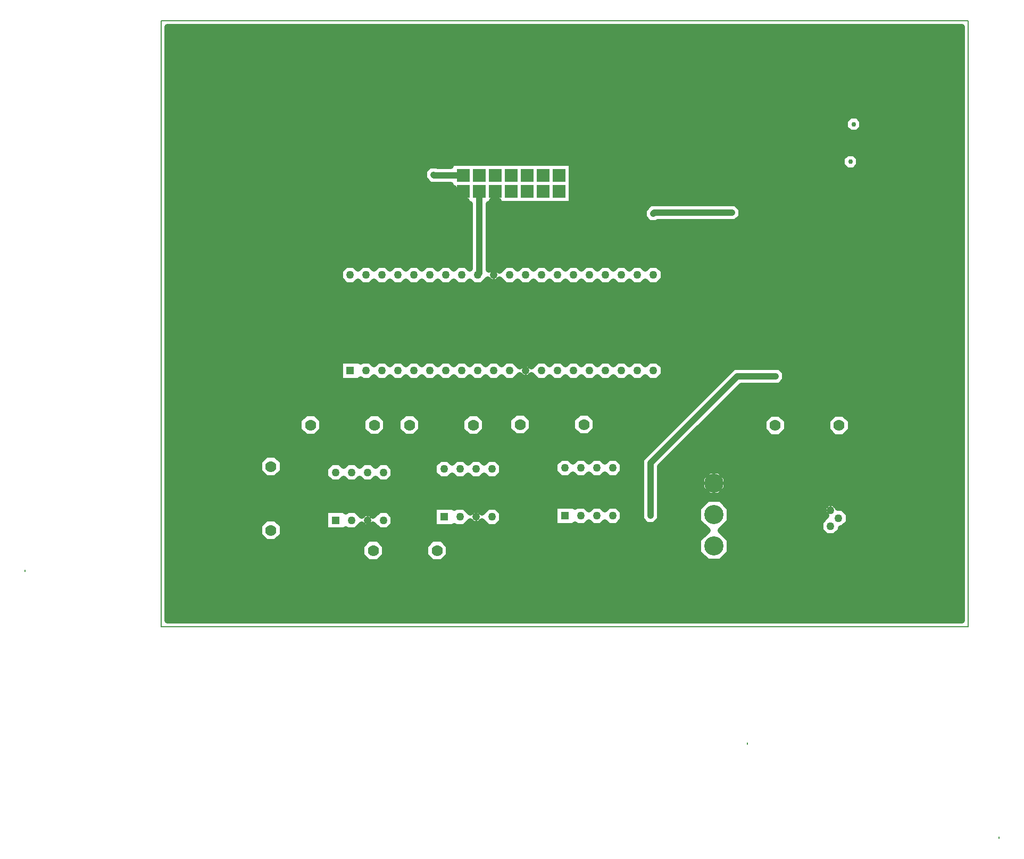
<source format=gbr>
G04 PROTEUS GERBER X2 FILE*
%TF.GenerationSoftware,Labcenter,Proteus,8.8-SP1-Build27031*%
%TF.CreationDate,2019-05-18T07:00:24+00:00*%
%TF.FileFunction,Copper,L1,Top*%
%TF.FilePolarity,Positive*%
%TF.Part,Single*%
%TF.SameCoordinates,{a8659aba-65a4-4c0a-9c60-288927405768}*%
%FSLAX45Y45*%
%MOMM*%
G01*
%TA.AperFunction,Conductor*%
%ADD10C,1.016000*%
%TA.AperFunction,ViaPad*%
%ADD11C,0.762000*%
%TA.AperFunction,Conductor*%
%ADD12C,0.254000*%
%TA.AperFunction,SMDPad,CuDef*%
%ADD13R,0.200000X0.300000*%
%TA.AperFunction,ComponentPad*%
%ADD14R,1.270000X1.270000*%
%ADD15C,1.270000*%
%TA.AperFunction,ComponentPad*%
%ADD16R,2.032000X2.032000*%
%TA.AperFunction,ComponentPad*%
%ADD17C,3.048000*%
%TA.AperFunction,ComponentPad*%
%ADD18C,1.778000*%
%TA.AperFunction,Profile*%
%ADD19C,0.203200*%
%TD.AperFunction*%
G36*
X+7160940Y-8290940D02*
X-5480940Y-8290940D01*
X-5480940Y+1160940D01*
X+7160940Y+1160940D01*
X+7160940Y-8290940D01*
G37*
%LPC*%
G36*
X+2415099Y-4244614D02*
X+2415099Y-4381386D01*
X+2318386Y-4478099D01*
X+2181614Y-4478099D01*
X+2123000Y-4419485D01*
X+2064386Y-4478099D01*
X+1927614Y-4478099D01*
X+1869000Y-4419485D01*
X+1810386Y-4478099D01*
X+1673614Y-4478099D01*
X+1615000Y-4419485D01*
X+1556386Y-4478099D01*
X+1419614Y-4478099D01*
X+1361000Y-4419485D01*
X+1302386Y-4478099D01*
X+1165614Y-4478099D01*
X+1107000Y-4419485D01*
X+1048386Y-4478099D01*
X+911614Y-4478099D01*
X+853000Y-4419485D01*
X+794386Y-4478099D01*
X+657614Y-4478099D01*
X+599000Y-4419485D01*
X+540386Y-4478099D01*
X+403614Y-4478099D01*
X+309079Y-4383564D01*
X+265344Y-4427299D01*
X+170656Y-4427299D01*
X+126921Y-4383564D01*
X+32386Y-4478099D01*
X-104386Y-4478099D01*
X-163000Y-4419485D01*
X-221614Y-4478099D01*
X-358386Y-4478099D01*
X-417000Y-4419485D01*
X-475614Y-4478099D01*
X-612386Y-4478099D01*
X-671000Y-4419485D01*
X-729614Y-4478099D01*
X-866386Y-4478099D01*
X-925000Y-4419485D01*
X-983614Y-4478099D01*
X-1120386Y-4478099D01*
X-1179000Y-4419485D01*
X-1237614Y-4478099D01*
X-1374386Y-4478099D01*
X-1433000Y-4419485D01*
X-1491614Y-4478099D01*
X-1628386Y-4478099D01*
X-1687000Y-4419485D01*
X-1745614Y-4478099D01*
X-1882386Y-4478099D01*
X-1941000Y-4419485D01*
X-1999614Y-4478099D01*
X-2136386Y-4478099D01*
X-2195000Y-4419485D01*
X-2253614Y-4478099D01*
X-2390386Y-4478099D01*
X-2410901Y-4457584D01*
X-2410901Y-4478099D01*
X-2741099Y-4478099D01*
X-2741099Y-4147901D01*
X-2410901Y-4147901D01*
X-2410901Y-4168416D01*
X-2390386Y-4147901D01*
X-2253614Y-4147901D01*
X-2195000Y-4206515D01*
X-2136386Y-4147901D01*
X-1999614Y-4147901D01*
X-1941000Y-4206515D01*
X-1882386Y-4147901D01*
X-1745614Y-4147901D01*
X-1687000Y-4206515D01*
X-1628386Y-4147901D01*
X-1491614Y-4147901D01*
X-1433000Y-4206515D01*
X-1374386Y-4147901D01*
X-1237614Y-4147901D01*
X-1179000Y-4206515D01*
X-1120386Y-4147901D01*
X-983614Y-4147901D01*
X-925000Y-4206515D01*
X-866386Y-4147901D01*
X-729614Y-4147901D01*
X-671000Y-4206515D01*
X-612386Y-4147901D01*
X-475614Y-4147901D01*
X-417000Y-4206515D01*
X-358386Y-4147901D01*
X-221614Y-4147901D01*
X-163000Y-4206515D01*
X-104386Y-4147901D01*
X+32386Y-4147901D01*
X+126921Y-4242436D01*
X+170656Y-4198701D01*
X+265344Y-4198701D01*
X+309079Y-4242436D01*
X+403614Y-4147901D01*
X+540386Y-4147901D01*
X+599000Y-4206515D01*
X+657614Y-4147901D01*
X+794386Y-4147901D01*
X+853000Y-4206515D01*
X+911614Y-4147901D01*
X+1048386Y-4147901D01*
X+1107000Y-4206515D01*
X+1165614Y-4147901D01*
X+1302386Y-4147901D01*
X+1361000Y-4206515D01*
X+1419614Y-4147901D01*
X+1556386Y-4147901D01*
X+1615000Y-4206515D01*
X+1673614Y-4147901D01*
X+1810386Y-4147901D01*
X+1869000Y-4206515D01*
X+1927614Y-4147901D01*
X+2064386Y-4147901D01*
X+2123000Y-4206515D01*
X+2181614Y-4147901D01*
X+2318386Y-4147901D01*
X+2415099Y-4244614D01*
G37*
G36*
X+956199Y-1404199D02*
X+956199Y-1658199D01*
X-212199Y-1658199D01*
X-212199Y-1607399D01*
X-313801Y-1607399D01*
X-313801Y-1658199D01*
X-364601Y-1658199D01*
X-364601Y-2701958D01*
X-337344Y-2674701D01*
X-242656Y-2674701D01*
X-198921Y-2718436D01*
X-104386Y-2623901D01*
X+32386Y-2623901D01*
X+91000Y-2682515D01*
X+149614Y-2623901D01*
X+286386Y-2623901D01*
X+345000Y-2682515D01*
X+403614Y-2623901D01*
X+540386Y-2623901D01*
X+599000Y-2682515D01*
X+657614Y-2623901D01*
X+794386Y-2623901D01*
X+853000Y-2682515D01*
X+911614Y-2623901D01*
X+1048386Y-2623901D01*
X+1107000Y-2682515D01*
X+1165614Y-2623901D01*
X+1302386Y-2623901D01*
X+1361000Y-2682515D01*
X+1419614Y-2623901D01*
X+1556386Y-2623901D01*
X+1615000Y-2682515D01*
X+1673614Y-2623901D01*
X+1810386Y-2623901D01*
X+1869000Y-2682515D01*
X+1927614Y-2623901D01*
X+2064386Y-2623901D01*
X+2123000Y-2682515D01*
X+2181614Y-2623901D01*
X+2318386Y-2623901D01*
X+2415099Y-2720614D01*
X+2415099Y-2857386D01*
X+2318386Y-2954099D01*
X+2181614Y-2954099D01*
X+2123000Y-2895485D01*
X+2064386Y-2954099D01*
X+1927614Y-2954099D01*
X+1869000Y-2895485D01*
X+1810386Y-2954099D01*
X+1673614Y-2954099D01*
X+1615000Y-2895485D01*
X+1556386Y-2954099D01*
X+1419614Y-2954099D01*
X+1361000Y-2895485D01*
X+1302386Y-2954099D01*
X+1165614Y-2954099D01*
X+1107000Y-2895485D01*
X+1048386Y-2954099D01*
X+911614Y-2954099D01*
X+853000Y-2895485D01*
X+794386Y-2954099D01*
X+657614Y-2954099D01*
X+599000Y-2895485D01*
X+540386Y-2954099D01*
X+403614Y-2954099D01*
X+345000Y-2895485D01*
X+286386Y-2954099D01*
X+149614Y-2954099D01*
X+91000Y-2895485D01*
X+32386Y-2954099D01*
X-104386Y-2954099D01*
X-198921Y-2859564D01*
X-242656Y-2903299D01*
X-337344Y-2903299D01*
X-381079Y-2859564D01*
X-475614Y-2954099D01*
X-612386Y-2954099D01*
X-671000Y-2895485D01*
X-729614Y-2954099D01*
X-866386Y-2954099D01*
X-925000Y-2895485D01*
X-983614Y-2954099D01*
X-1120386Y-2954099D01*
X-1179000Y-2895485D01*
X-1237614Y-2954099D01*
X-1374386Y-2954099D01*
X-1433000Y-2895485D01*
X-1491614Y-2954099D01*
X-1628386Y-2954099D01*
X-1687000Y-2895485D01*
X-1745614Y-2954099D01*
X-1882386Y-2954099D01*
X-1941000Y-2895485D01*
X-1999614Y-2954099D01*
X-2136386Y-2954099D01*
X-2195000Y-2895485D01*
X-2253614Y-2954099D01*
X-2390386Y-2954099D01*
X-2449000Y-2895485D01*
X-2507614Y-2954099D01*
X-2644386Y-2954099D01*
X-2741099Y-2857386D01*
X-2741099Y-2720614D01*
X-2644386Y-2623901D01*
X-2507614Y-2623901D01*
X-2449000Y-2682515D01*
X-2390386Y-2623901D01*
X-2253614Y-2623901D01*
X-2195000Y-2682515D01*
X-2136386Y-2623901D01*
X-1999614Y-2623901D01*
X-1941000Y-2682515D01*
X-1882386Y-2623901D01*
X-1745614Y-2623901D01*
X-1687000Y-2682515D01*
X-1628386Y-2623901D01*
X-1491614Y-2623901D01*
X-1433000Y-2682515D01*
X-1374386Y-2623901D01*
X-1237614Y-2623901D01*
X-1179000Y-2682515D01*
X-1120386Y-2623901D01*
X-983614Y-2623901D01*
X-925000Y-2682515D01*
X-866386Y-2623901D01*
X-729614Y-2623901D01*
X-671000Y-2682515D01*
X-669399Y-2680914D01*
X-669399Y-1658199D01*
X-720199Y-1658199D01*
X-720199Y-1607399D01*
X-923399Y-1607399D01*
X-923399Y-1404199D01*
X-974199Y-1404199D01*
X-974199Y-1353399D01*
X-1306117Y-1353399D01*
X-1402750Y-1256766D01*
X-1402750Y-1130514D01*
X-1313478Y-1041242D01*
X-1187226Y-1041242D01*
X-1179867Y-1048601D01*
X-974199Y-1048601D01*
X-974199Y-997801D01*
X+956199Y-997801D01*
X+956199Y-1404199D01*
G37*
G36*
X+3133832Y-5901801D02*
X+3302168Y-5901801D01*
X+3421199Y-6020832D01*
X+3421199Y-6189168D01*
X+3302168Y-6308199D01*
X+3133832Y-6308199D01*
X+3014801Y-6189168D01*
X+3014801Y-6020832D01*
X+3133832Y-5901801D01*
G37*
G36*
X+3471999Y-6500170D02*
X+3471999Y-6710590D01*
X+3327019Y-6855570D01*
X+3471999Y-7000550D01*
X+3471999Y-7210970D01*
X+3323210Y-7359759D01*
X+3112790Y-7359759D01*
X+2964001Y-7210970D01*
X+2964001Y-7000550D01*
X+3108981Y-6855570D01*
X+2964001Y-6710590D01*
X+2964001Y-6500170D01*
X+3112790Y-6351381D01*
X+3323210Y-6351381D01*
X+3471999Y-6500170D01*
G37*
G36*
X+1768099Y-6554614D02*
X+1768099Y-6691386D01*
X+1671386Y-6788099D01*
X+1534614Y-6788099D01*
X+1476000Y-6729485D01*
X+1417386Y-6788099D01*
X+1280614Y-6788099D01*
X+1222000Y-6729485D01*
X+1163386Y-6788099D01*
X+1026614Y-6788099D01*
X+1006099Y-6767584D01*
X+1006099Y-6788099D01*
X+675901Y-6788099D01*
X+675901Y-6457901D01*
X+1006099Y-6457901D01*
X+1006099Y-6478416D01*
X+1026614Y-6457901D01*
X+1163386Y-6457901D01*
X+1222000Y-6516515D01*
X+1280614Y-6457901D01*
X+1417386Y-6457901D01*
X+1476000Y-6516515D01*
X+1534614Y-6457901D01*
X+1671386Y-6457901D01*
X+1768099Y-6554614D01*
G37*
G36*
X+1768099Y-5792614D02*
X+1768099Y-5929386D01*
X+1671386Y-6026099D01*
X+1534614Y-6026099D01*
X+1476000Y-5967485D01*
X+1417386Y-6026099D01*
X+1280614Y-6026099D01*
X+1222000Y-5967485D01*
X+1163386Y-6026099D01*
X+1026614Y-6026099D01*
X+968000Y-5967485D01*
X+909386Y-6026099D01*
X+772614Y-6026099D01*
X+675901Y-5929386D01*
X+675901Y-5792614D01*
X+772614Y-5695901D01*
X+909386Y-5695901D01*
X+968000Y-5754515D01*
X+1026614Y-5695901D01*
X+1163386Y-5695901D01*
X+1222000Y-5754515D01*
X+1280614Y-5695901D01*
X+1417386Y-5695901D01*
X+1476000Y-5754515D01*
X+1534614Y-5695901D01*
X+1671386Y-5695901D01*
X+1768099Y-5792614D01*
G37*
G36*
X-151901Y-6573614D02*
X-151901Y-6710386D01*
X-248614Y-6807099D01*
X-385386Y-6807099D01*
X-479921Y-6712564D01*
X-523656Y-6756299D01*
X-618344Y-6756299D01*
X-662079Y-6712564D01*
X-756614Y-6807099D01*
X-893386Y-6807099D01*
X-913901Y-6786584D01*
X-913901Y-6807099D01*
X-1244099Y-6807099D01*
X-1244099Y-6476901D01*
X-913901Y-6476901D01*
X-913901Y-6497416D01*
X-893386Y-6476901D01*
X-756614Y-6476901D01*
X-662079Y-6571436D01*
X-618344Y-6527701D01*
X-523656Y-6527701D01*
X-479921Y-6571436D01*
X-385386Y-6476901D01*
X-248614Y-6476901D01*
X-151901Y-6573614D01*
G37*
G36*
X-151901Y-5811614D02*
X-151901Y-5948386D01*
X-248614Y-6045099D01*
X-385386Y-6045099D01*
X-444000Y-5986485D01*
X-502614Y-6045099D01*
X-639386Y-6045099D01*
X-698000Y-5986485D01*
X-756614Y-6045099D01*
X-893386Y-6045099D01*
X-952000Y-5986485D01*
X-1010614Y-6045099D01*
X-1147386Y-6045099D01*
X-1244099Y-5948386D01*
X-1244099Y-5811614D01*
X-1147386Y-5714901D01*
X-1010614Y-5714901D01*
X-952000Y-5773515D01*
X-893386Y-5714901D01*
X-756614Y-5714901D01*
X-698000Y-5773515D01*
X-639386Y-5714901D01*
X-502614Y-5714901D01*
X-444000Y-5773515D01*
X-385386Y-5714901D01*
X-248614Y-5714901D01*
X-151901Y-5811614D01*
G37*
G36*
X-1881901Y-6627614D02*
X-1881901Y-6764386D01*
X-1978614Y-6861099D01*
X-2115386Y-6861099D01*
X-2209921Y-6766564D01*
X-2253656Y-6810299D01*
X-2348344Y-6810299D01*
X-2392079Y-6766564D01*
X-2486614Y-6861099D01*
X-2623386Y-6861099D01*
X-2643901Y-6840584D01*
X-2643901Y-6861099D01*
X-2974099Y-6861099D01*
X-2974099Y-6530901D01*
X-2643901Y-6530901D01*
X-2643901Y-6551416D01*
X-2623386Y-6530901D01*
X-2486614Y-6530901D01*
X-2392079Y-6625436D01*
X-2348344Y-6581701D01*
X-2253656Y-6581701D01*
X-2209921Y-6625436D01*
X-2115386Y-6530901D01*
X-1978614Y-6530901D01*
X-1881901Y-6627614D01*
G37*
G36*
X-1881901Y-5865614D02*
X-1881901Y-6002386D01*
X-1978614Y-6099099D01*
X-2115386Y-6099099D01*
X-2174000Y-6040485D01*
X-2232614Y-6099099D01*
X-2369386Y-6099099D01*
X-2428000Y-6040485D01*
X-2486614Y-6099099D01*
X-2623386Y-6099099D01*
X-2682000Y-6040485D01*
X-2740614Y-6099099D01*
X-2877386Y-6099099D01*
X-2974099Y-6002386D01*
X-2974099Y-5865614D01*
X-2877386Y-5768901D01*
X-2740614Y-5768901D01*
X-2682000Y-5827515D01*
X-2623386Y-5768901D01*
X-2486614Y-5768901D01*
X-2428000Y-5827515D01*
X-2369386Y-5768901D01*
X-2232614Y-5768901D01*
X-2174000Y-5827515D01*
X-2115386Y-5768901D01*
X-1978614Y-5768901D01*
X-1881901Y-5865614D01*
G37*
G36*
X+5185299Y-6486656D02*
X+5185299Y-6495901D01*
X+5266386Y-6495901D01*
X+5363099Y-6592614D01*
X+5363099Y-6729386D01*
X+5266386Y-6826099D01*
X+5236099Y-6826099D01*
X+5236099Y-6856386D01*
X+5139386Y-6953099D01*
X+5002614Y-6953099D01*
X+4905901Y-6856386D01*
X+4905901Y-6719614D01*
X+5000436Y-6625079D01*
X+4956701Y-6581344D01*
X+4956701Y-6486656D01*
X+5023656Y-6419701D01*
X+5118344Y-6419701D01*
X+5185299Y-6486656D01*
G37*
G36*
X+3997501Y-5261907D02*
X+3997501Y-5104093D01*
X+4109093Y-4992501D01*
X+4266907Y-4992501D01*
X+4378499Y-5104093D01*
X+4378499Y-5261907D01*
X+4266907Y-5373499D01*
X+4109093Y-5373499D01*
X+3997501Y-5261907D01*
G37*
G36*
X+5013501Y-5261907D02*
X+5013501Y-5104093D01*
X+5125093Y-4992501D01*
X+5282907Y-4992501D01*
X+5394499Y-5104093D01*
X+5394499Y-5261907D01*
X+5282907Y-5373499D01*
X+5125093Y-5373499D01*
X+5013501Y-5261907D01*
G37*
G36*
X+1337499Y-5093093D02*
X+1337499Y-5250907D01*
X+1225907Y-5362499D01*
X+1068093Y-5362499D01*
X+956501Y-5250907D01*
X+956501Y-5093093D01*
X+1068093Y-4981501D01*
X+1225907Y-4981501D01*
X+1337499Y-5093093D01*
G37*
G36*
X+321499Y-5093093D02*
X+321499Y-5250907D01*
X+209907Y-5362499D01*
X+52093Y-5362499D01*
X-59499Y-5250907D01*
X-59499Y-5093093D01*
X+52093Y-4981501D01*
X+209907Y-4981501D01*
X+321499Y-5093093D01*
G37*
G36*
X-1819499Y-5258907D02*
X-1819499Y-5101093D01*
X-1707907Y-4989501D01*
X-1550093Y-4989501D01*
X-1438501Y-5101093D01*
X-1438501Y-5258907D01*
X-1550093Y-5370499D01*
X-1707907Y-5370499D01*
X-1819499Y-5258907D01*
G37*
G36*
X-803499Y-5258907D02*
X-803499Y-5101093D01*
X-691907Y-4989501D01*
X-534093Y-4989501D01*
X-422501Y-5101093D01*
X-422501Y-5258907D01*
X-534093Y-5370499D01*
X-691907Y-5370499D01*
X-803499Y-5258907D01*
G37*
G36*
X-1000501Y-7101093D02*
X-1000501Y-7258907D01*
X-1112093Y-7370499D01*
X-1269907Y-7370499D01*
X-1381499Y-7258907D01*
X-1381499Y-7101093D01*
X-1269907Y-6989501D01*
X-1112093Y-6989501D01*
X-1000501Y-7101093D01*
G37*
G36*
X-2016501Y-7101093D02*
X-2016501Y-7258907D01*
X-2128093Y-7370499D01*
X-2285907Y-7370499D01*
X-2397499Y-7258907D01*
X-2397499Y-7101093D01*
X-2285907Y-6989501D01*
X-2128093Y-6989501D01*
X-2016501Y-7101093D01*
G37*
G36*
X-3394499Y-5256907D02*
X-3394499Y-5099093D01*
X-3282907Y-4987501D01*
X-3125093Y-4987501D01*
X-3013501Y-5099093D01*
X-3013501Y-5256907D01*
X-3125093Y-5368499D01*
X-3282907Y-5368499D01*
X-3394499Y-5256907D01*
G37*
G36*
X-2378499Y-5256907D02*
X-2378499Y-5099093D01*
X-2266907Y-4987501D01*
X-2109093Y-4987501D01*
X-1997501Y-5099093D01*
X-1997501Y-5256907D01*
X-2109093Y-5368499D01*
X-2266907Y-5368499D01*
X-2378499Y-5256907D01*
G37*
G36*
X-3916907Y-5649501D02*
X-3759093Y-5649501D01*
X-3647501Y-5761093D01*
X-3647501Y-5918907D01*
X-3759093Y-6030499D01*
X-3916907Y-6030499D01*
X-4028499Y-5918907D01*
X-4028499Y-5761093D01*
X-3916907Y-5649501D01*
G37*
G36*
X-3916907Y-6665501D02*
X-3759093Y-6665501D01*
X-3647501Y-6777093D01*
X-3647501Y-6934907D01*
X-3759093Y-7046499D01*
X-3916907Y-7046499D01*
X-4028499Y-6934907D01*
X-4028499Y-6777093D01*
X-3916907Y-6665501D01*
G37*
G36*
X+3652489Y-1733362D02*
X+3652489Y-1859614D01*
X+3563216Y-1948887D01*
X+2325367Y-1948887D01*
X+2309292Y-1964962D01*
X+2183040Y-1964962D01*
X+2093768Y-1875690D01*
X+2093768Y-1749438D01*
X+2199117Y-1644089D01*
X+3563216Y-1644089D01*
X+3652489Y-1733362D01*
G37*
G36*
X+5327650Y-4981933D02*
X+5327650Y-4924067D01*
X+5368567Y-4883150D01*
X+5426433Y-4883150D01*
X+5467350Y-4924067D01*
X+5467350Y-4981933D01*
X+5426433Y-5022850D01*
X+5368567Y-5022850D01*
X+5327650Y-4981933D01*
G37*
G36*
X+5337027Y-4598521D02*
X+5337027Y-4540655D01*
X+5377944Y-4499738D01*
X+5435810Y-4499738D01*
X+5476727Y-4540655D01*
X+5476727Y-4598521D01*
X+5435810Y-4639438D01*
X+5377944Y-4639438D01*
X+5337027Y-4598521D01*
G37*
G36*
X+4352399Y-4336874D02*
X+4352399Y-4463126D01*
X+4263126Y-4552399D01*
X+3652423Y-4552399D01*
X+2358375Y-5846447D01*
X+2358375Y-6682398D01*
X+2269102Y-6771671D01*
X+2142850Y-6771671D01*
X+2053577Y-6682398D01*
X+2053577Y-5720197D01*
X+3526173Y-4247601D01*
X+4263126Y-4247601D01*
X+4352399Y-4336874D01*
G37*
G36*
X+5249315Y-1042517D02*
X+5249315Y-926787D01*
X+5331149Y-844953D01*
X+5446879Y-844953D01*
X+5528713Y-926787D01*
X+5528713Y-1042517D01*
X+5446879Y-1124351D01*
X+5331149Y-1124351D01*
X+5249315Y-1042517D01*
G37*
G36*
X+5362034Y-1523997D02*
X+5362034Y-1466131D01*
X+5402951Y-1425214D01*
X+5460817Y-1425214D01*
X+5501734Y-1466131D01*
X+5501734Y-1523997D01*
X+5460817Y-1564914D01*
X+5402951Y-1564914D01*
X+5362034Y-1523997D01*
G37*
G36*
X+5300301Y-447865D02*
X+5300301Y-332135D01*
X+5382135Y-250301D01*
X+5497865Y-250301D01*
X+5579699Y-332135D01*
X+5579699Y-447865D01*
X+5497865Y-529699D01*
X+5382135Y-529699D01*
X+5300301Y-447865D01*
G37*
%LPD*%
D10*
X-771000Y-1201000D02*
X-1242992Y-1201000D01*
X-1250352Y-1193640D01*
X-517000Y-1455000D02*
X-517000Y-2762000D01*
X-544000Y-2789000D01*
X-290000Y-2789000D02*
X-290000Y-1482000D01*
X-263000Y-1455000D01*
X+3500090Y-1796488D02*
X+2262242Y-1796488D01*
X+2246166Y-1812564D01*
X+5397500Y-4953000D02*
X+5397500Y-4578965D01*
X+5406877Y-4569588D01*
X+2205976Y-6619272D02*
X+2205976Y-5783322D01*
X+2222052Y-5767246D01*
X+3589298Y-4400000D01*
X+4200000Y-4400000D01*
D11*
X-1250352Y-1193640D03*
X+3500090Y-1796488D03*
X+2246166Y-1812564D03*
X+5397500Y-4953000D03*
X+5406877Y-4569588D03*
X+2205976Y-6619272D03*
X+4200000Y-4400000D03*
X+5389014Y-984652D03*
X+5431884Y-1495064D03*
X+5440000Y-390000D03*
D10*
X+7160940Y-8290940D02*
X-5480940Y-8290940D01*
X-5480940Y+1160940D01*
X+7160940Y+1160940D01*
X+7160940Y-8290940D01*
X+2415099Y-4244614D02*
X+2415099Y-4381386D01*
X+2318386Y-4478099D01*
X+2181614Y-4478099D01*
X+2123000Y-4419485D01*
X+2064386Y-4478099D01*
X+1927614Y-4478099D01*
X+1869000Y-4419485D01*
X+1810386Y-4478099D01*
X+1673614Y-4478099D01*
X+1615000Y-4419485D01*
X+1556386Y-4478099D01*
X+1419614Y-4478099D01*
X+1361000Y-4419485D01*
X+1302386Y-4478099D01*
X+1165614Y-4478099D01*
X+1107000Y-4419485D01*
X+1048386Y-4478099D01*
X+911614Y-4478099D01*
X+853000Y-4419485D01*
X+794386Y-4478099D01*
X+657614Y-4478099D01*
X+599000Y-4419485D01*
X+540386Y-4478099D01*
X+403614Y-4478099D01*
X+309079Y-4383564D01*
X+265344Y-4427299D01*
X+170656Y-4427299D01*
X+126921Y-4383564D01*
X+32386Y-4478099D01*
X-104386Y-4478099D01*
X-163000Y-4419485D01*
X-221614Y-4478099D01*
X-358386Y-4478099D01*
X-417000Y-4419485D01*
X-475614Y-4478099D01*
X-612386Y-4478099D01*
X-671000Y-4419485D01*
X-729614Y-4478099D01*
X-866386Y-4478099D01*
X-925000Y-4419485D01*
X-983614Y-4478099D01*
X-1120386Y-4478099D01*
X-1179000Y-4419485D01*
X-1237614Y-4478099D01*
X-1374386Y-4478099D01*
X-1433000Y-4419485D01*
X-1491614Y-4478099D01*
X-1628386Y-4478099D01*
X-1687000Y-4419485D01*
X-1745614Y-4478099D01*
X-1882386Y-4478099D01*
X-1941000Y-4419485D01*
X-1999614Y-4478099D01*
X-2136386Y-4478099D01*
X-2195000Y-4419485D01*
X-2253614Y-4478099D01*
X-2390386Y-4478099D01*
X-2410901Y-4457584D01*
X-2410901Y-4478099D01*
X-2741099Y-4478099D01*
X-2741099Y-4147901D01*
X-2410901Y-4147901D01*
X-2410901Y-4168416D01*
X-2390386Y-4147901D01*
X-2253614Y-4147901D01*
X-2195000Y-4206515D01*
X-2136386Y-4147901D01*
X-1999614Y-4147901D01*
X-1941000Y-4206515D01*
X-1882386Y-4147901D01*
X-1745614Y-4147901D01*
X-1687000Y-4206515D01*
X-1628386Y-4147901D01*
X-1491614Y-4147901D01*
X-1433000Y-4206515D01*
X-1374386Y-4147901D01*
X-1237614Y-4147901D01*
X-1179000Y-4206515D01*
X-1120386Y-4147901D01*
X-983614Y-4147901D01*
X-925000Y-4206515D01*
X-866386Y-4147901D01*
X-729614Y-4147901D01*
X-671000Y-4206515D01*
X-612386Y-4147901D01*
X-475614Y-4147901D01*
X-417000Y-4206515D01*
X-358386Y-4147901D01*
X-221614Y-4147901D01*
X-163000Y-4206515D01*
X-104386Y-4147901D01*
X+32386Y-4147901D01*
X+126921Y-4242436D01*
X+170656Y-4198701D01*
X+265344Y-4198701D01*
X+309079Y-4242436D01*
X+403614Y-4147901D01*
X+540386Y-4147901D01*
X+599000Y-4206515D01*
X+657614Y-4147901D01*
X+794386Y-4147901D01*
X+853000Y-4206515D01*
X+911614Y-4147901D01*
X+1048386Y-4147901D01*
X+1107000Y-4206515D01*
X+1165614Y-4147901D01*
X+1302386Y-4147901D01*
X+1361000Y-4206515D01*
X+1419614Y-4147901D01*
X+1556386Y-4147901D01*
X+1615000Y-4206515D01*
X+1673614Y-4147901D01*
X+1810386Y-4147901D01*
X+1869000Y-4206515D01*
X+1927614Y-4147901D01*
X+2064386Y-4147901D01*
X+2123000Y-4206515D01*
X+2181614Y-4147901D01*
X+2318386Y-4147901D01*
X+2415099Y-4244614D01*
X+956199Y-1404199D02*
X+956199Y-1658199D01*
X-212199Y-1658199D01*
X-212199Y-1607399D01*
X-313801Y-1607399D01*
X-313801Y-1658199D01*
X-364601Y-1658199D01*
X-364601Y-2701958D01*
X-337344Y-2674701D01*
X-242656Y-2674701D01*
X-198921Y-2718436D01*
X-104386Y-2623901D01*
X+32386Y-2623901D01*
X+91000Y-2682515D01*
X+149614Y-2623901D01*
X+286386Y-2623901D01*
X+345000Y-2682515D01*
X+403614Y-2623901D01*
X+540386Y-2623901D01*
X+599000Y-2682515D01*
X+657614Y-2623901D01*
X+794386Y-2623901D01*
X+853000Y-2682515D01*
X+911614Y-2623901D01*
X+1048386Y-2623901D01*
X+1107000Y-2682515D01*
X+1165614Y-2623901D01*
X+1302386Y-2623901D01*
X+1361000Y-2682515D01*
X+1419614Y-2623901D01*
X+1556386Y-2623901D01*
X+1615000Y-2682515D01*
X+1673614Y-2623901D01*
X+1810386Y-2623901D01*
X+1869000Y-2682515D01*
X+1927614Y-2623901D01*
X+2064386Y-2623901D01*
X+2123000Y-2682515D01*
X+2181614Y-2623901D01*
X+2318386Y-2623901D01*
X+2415099Y-2720614D01*
X+2415099Y-2857386D01*
X+2318386Y-2954099D01*
X+2181614Y-2954099D01*
X+2123000Y-2895485D01*
X+2064386Y-2954099D01*
X+1927614Y-2954099D01*
X+1869000Y-2895485D01*
X+1810386Y-2954099D01*
X+1673614Y-2954099D01*
X+1615000Y-2895485D01*
X+1556386Y-2954099D01*
X+1419614Y-2954099D01*
X+1361000Y-2895485D01*
X+1302386Y-2954099D01*
X+1165614Y-2954099D01*
X+1107000Y-2895485D01*
X+1048386Y-2954099D01*
X+911614Y-2954099D01*
X+853000Y-2895485D01*
X+794386Y-2954099D01*
X+657614Y-2954099D01*
X+599000Y-2895485D01*
X+540386Y-2954099D01*
X+403614Y-2954099D01*
X+345000Y-2895485D01*
X+286386Y-2954099D01*
X+149614Y-2954099D01*
X+91000Y-2895485D01*
X+32386Y-2954099D01*
X-104386Y-2954099D01*
X-198921Y-2859564D01*
X-242656Y-2903299D01*
X-337344Y-2903299D01*
X-381079Y-2859564D01*
X-475614Y-2954099D01*
X-612386Y-2954099D01*
X-671000Y-2895485D01*
X-729614Y-2954099D01*
X-866386Y-2954099D01*
X-925000Y-2895485D01*
X-983614Y-2954099D01*
X-1120386Y-2954099D01*
X-1179000Y-2895485D01*
X-1237614Y-2954099D01*
X-1374386Y-2954099D01*
X-1433000Y-2895485D01*
X-1491614Y-2954099D01*
X-1628386Y-2954099D01*
X-1687000Y-2895485D01*
X-1745614Y-2954099D01*
X-1882386Y-2954099D01*
X-1941000Y-2895485D01*
X-1999614Y-2954099D01*
X-2136386Y-2954099D01*
X-2195000Y-2895485D01*
X-2253614Y-2954099D01*
X-2390386Y-2954099D01*
X-2449000Y-2895485D01*
X-2507614Y-2954099D01*
X-2644386Y-2954099D01*
X-2741099Y-2857386D01*
X-2741099Y-2720614D01*
X-2644386Y-2623901D01*
X-2507614Y-2623901D01*
X-2449000Y-2682515D01*
X-2390386Y-2623901D01*
X-2253614Y-2623901D01*
X-2195000Y-2682515D01*
X-2136386Y-2623901D01*
X-1999614Y-2623901D01*
X-1941000Y-2682515D01*
X-1882386Y-2623901D01*
X-1745614Y-2623901D01*
X-1687000Y-2682515D01*
X-1628386Y-2623901D01*
X-1491614Y-2623901D01*
X-1433000Y-2682515D01*
X-1374386Y-2623901D01*
X-1237614Y-2623901D01*
X-1179000Y-2682515D01*
X-1120386Y-2623901D01*
X-983614Y-2623901D01*
X-925000Y-2682515D01*
X-866386Y-2623901D01*
X-729614Y-2623901D01*
X-671000Y-2682515D01*
X-669399Y-2680914D01*
X-669399Y-1658199D01*
X-720199Y-1658199D01*
X-720199Y-1607399D01*
X-923399Y-1607399D01*
X-923399Y-1404199D01*
X-974199Y-1404199D01*
X-974199Y-1353399D01*
X-1306117Y-1353399D01*
X-1402750Y-1256766D01*
X-1402750Y-1130514D01*
X-1313478Y-1041242D01*
X-1187226Y-1041242D01*
X-1179867Y-1048601D01*
X-974199Y-1048601D01*
X-974199Y-997801D01*
X+956199Y-997801D01*
X+956199Y-1404199D01*
X+3133832Y-5901801D02*
X+3302168Y-5901801D01*
X+3421199Y-6020832D01*
X+3421199Y-6189168D01*
X+3302168Y-6308199D01*
X+3133832Y-6308199D01*
X+3014801Y-6189168D01*
X+3014801Y-6020832D01*
X+3133832Y-5901801D01*
X+3471999Y-6500170D02*
X+3471999Y-6710590D01*
X+3327019Y-6855570D01*
X+3471999Y-7000550D01*
X+3471999Y-7210970D01*
X+3323210Y-7359759D01*
X+3112790Y-7359759D01*
X+2964001Y-7210970D01*
X+2964001Y-7000550D01*
X+3108981Y-6855570D01*
X+2964001Y-6710590D01*
X+2964001Y-6500170D01*
X+3112790Y-6351381D01*
X+3323210Y-6351381D01*
X+3471999Y-6500170D01*
X+1768099Y-6554614D02*
X+1768099Y-6691386D01*
X+1671386Y-6788099D01*
X+1534614Y-6788099D01*
X+1476000Y-6729485D01*
X+1417386Y-6788099D01*
X+1280614Y-6788099D01*
X+1222000Y-6729485D01*
X+1163386Y-6788099D01*
X+1026614Y-6788099D01*
X+1006099Y-6767584D01*
X+1006099Y-6788099D01*
X+675901Y-6788099D01*
X+675901Y-6457901D01*
X+1006099Y-6457901D01*
X+1006099Y-6478416D01*
X+1026614Y-6457901D01*
X+1163386Y-6457901D01*
X+1222000Y-6516515D01*
X+1280614Y-6457901D01*
X+1417386Y-6457901D01*
X+1476000Y-6516515D01*
X+1534614Y-6457901D01*
X+1671386Y-6457901D01*
X+1768099Y-6554614D01*
X+1768099Y-5792614D02*
X+1768099Y-5929386D01*
X+1671386Y-6026099D01*
X+1534614Y-6026099D01*
X+1476000Y-5967485D01*
X+1417386Y-6026099D01*
X+1280614Y-6026099D01*
X+1222000Y-5967485D01*
X+1163386Y-6026099D01*
X+1026614Y-6026099D01*
X+968000Y-5967485D01*
X+909386Y-6026099D01*
X+772614Y-6026099D01*
X+675901Y-5929386D01*
X+675901Y-5792614D01*
X+772614Y-5695901D01*
X+909386Y-5695901D01*
X+968000Y-5754515D01*
X+1026614Y-5695901D01*
X+1163386Y-5695901D01*
X+1222000Y-5754515D01*
X+1280614Y-5695901D01*
X+1417386Y-5695901D01*
X+1476000Y-5754515D01*
X+1534614Y-5695901D01*
X+1671386Y-5695901D01*
X+1768099Y-5792614D01*
X-151901Y-6573614D02*
X-151901Y-6710386D01*
X-248614Y-6807099D01*
X-385386Y-6807099D01*
X-479921Y-6712564D01*
X-523656Y-6756299D01*
X-618344Y-6756299D01*
X-662079Y-6712564D01*
X-756614Y-6807099D01*
X-893386Y-6807099D01*
X-913901Y-6786584D01*
X-913901Y-6807099D01*
X-1244099Y-6807099D01*
X-1244099Y-6476901D01*
X-913901Y-6476901D01*
X-913901Y-6497416D01*
X-893386Y-6476901D01*
X-756614Y-6476901D01*
X-662079Y-6571436D01*
X-618344Y-6527701D01*
X-523656Y-6527701D01*
X-479921Y-6571436D01*
X-385386Y-6476901D01*
X-248614Y-6476901D01*
X-151901Y-6573614D01*
X-151901Y-5811614D02*
X-151901Y-5948386D01*
X-248614Y-6045099D01*
X-385386Y-6045099D01*
X-444000Y-5986485D01*
X-502614Y-6045099D01*
X-639386Y-6045099D01*
X-698000Y-5986485D01*
X-756614Y-6045099D01*
X-893386Y-6045099D01*
X-952000Y-5986485D01*
X-1010614Y-6045099D01*
X-1147386Y-6045099D01*
X-1244099Y-5948386D01*
X-1244099Y-5811614D01*
X-1147386Y-5714901D01*
X-1010614Y-5714901D01*
X-952000Y-5773515D01*
X-893386Y-5714901D01*
X-756614Y-5714901D01*
X-698000Y-5773515D01*
X-639386Y-5714901D01*
X-502614Y-5714901D01*
X-444000Y-5773515D01*
X-385386Y-5714901D01*
X-248614Y-5714901D01*
X-151901Y-5811614D01*
X-1881901Y-6627614D02*
X-1881901Y-6764386D01*
X-1978614Y-6861099D01*
X-2115386Y-6861099D01*
X-2209921Y-6766564D01*
X-2253656Y-6810299D01*
X-2348344Y-6810299D01*
X-2392079Y-6766564D01*
X-2486614Y-6861099D01*
X-2623386Y-6861099D01*
X-2643901Y-6840584D01*
X-2643901Y-6861099D01*
X-2974099Y-6861099D01*
X-2974099Y-6530901D01*
X-2643901Y-6530901D01*
X-2643901Y-6551416D01*
X-2623386Y-6530901D01*
X-2486614Y-6530901D01*
X-2392079Y-6625436D01*
X-2348344Y-6581701D01*
X-2253656Y-6581701D01*
X-2209921Y-6625436D01*
X-2115386Y-6530901D01*
X-1978614Y-6530901D01*
X-1881901Y-6627614D01*
X-1881901Y-5865614D02*
X-1881901Y-6002386D01*
X-1978614Y-6099099D01*
X-2115386Y-6099099D01*
X-2174000Y-6040485D01*
X-2232614Y-6099099D01*
X-2369386Y-6099099D01*
X-2428000Y-6040485D01*
X-2486614Y-6099099D01*
X-2623386Y-6099099D01*
X-2682000Y-6040485D01*
X-2740614Y-6099099D01*
X-2877386Y-6099099D01*
X-2974099Y-6002386D01*
X-2974099Y-5865614D01*
X-2877386Y-5768901D01*
X-2740614Y-5768901D01*
X-2682000Y-5827515D01*
X-2623386Y-5768901D01*
X-2486614Y-5768901D01*
X-2428000Y-5827515D01*
X-2369386Y-5768901D01*
X-2232614Y-5768901D01*
X-2174000Y-5827515D01*
X-2115386Y-5768901D01*
X-1978614Y-5768901D01*
X-1881901Y-5865614D01*
X+5185299Y-6486656D02*
X+5185299Y-6495901D01*
X+5266386Y-6495901D01*
X+5363099Y-6592614D01*
X+5363099Y-6729386D01*
X+5266386Y-6826099D01*
X+5236099Y-6826099D01*
X+5236099Y-6856386D01*
X+5139386Y-6953099D01*
X+5002614Y-6953099D01*
X+4905901Y-6856386D01*
X+4905901Y-6719614D01*
X+5000436Y-6625079D01*
X+4956701Y-6581344D01*
X+4956701Y-6486656D01*
X+5023656Y-6419701D01*
X+5118344Y-6419701D01*
X+5185299Y-6486656D01*
X+3997501Y-5261907D02*
X+3997501Y-5104093D01*
X+4109093Y-4992501D01*
X+4266907Y-4992501D01*
X+4378499Y-5104093D01*
X+4378499Y-5261907D01*
X+4266907Y-5373499D01*
X+4109093Y-5373499D01*
X+3997501Y-5261907D01*
X+5013501Y-5261907D02*
X+5013501Y-5104093D01*
X+5125093Y-4992501D01*
X+5282907Y-4992501D01*
X+5394499Y-5104093D01*
X+5394499Y-5261907D01*
X+5282907Y-5373499D01*
X+5125093Y-5373499D01*
X+5013501Y-5261907D01*
X+1337499Y-5093093D02*
X+1337499Y-5250907D01*
X+1225907Y-5362499D01*
X+1068093Y-5362499D01*
X+956501Y-5250907D01*
X+956501Y-5093093D01*
X+1068093Y-4981501D01*
X+1225907Y-4981501D01*
X+1337499Y-5093093D01*
X+321499Y-5093093D02*
X+321499Y-5250907D01*
X+209907Y-5362499D01*
X+52093Y-5362499D01*
X-59499Y-5250907D01*
X-59499Y-5093093D01*
X+52093Y-4981501D01*
X+209907Y-4981501D01*
X+321499Y-5093093D01*
X-1819499Y-5258907D02*
X-1819499Y-5101093D01*
X-1707907Y-4989501D01*
X-1550093Y-4989501D01*
X-1438501Y-5101093D01*
X-1438501Y-5258907D01*
X-1550093Y-5370499D01*
X-1707907Y-5370499D01*
X-1819499Y-5258907D01*
X-803499Y-5258907D02*
X-803499Y-5101093D01*
X-691907Y-4989501D01*
X-534093Y-4989501D01*
X-422501Y-5101093D01*
X-422501Y-5258907D01*
X-534093Y-5370499D01*
X-691907Y-5370499D01*
X-803499Y-5258907D01*
X-1000501Y-7101093D02*
X-1000501Y-7258907D01*
X-1112093Y-7370499D01*
X-1269907Y-7370499D01*
X-1381499Y-7258907D01*
X-1381499Y-7101093D01*
X-1269907Y-6989501D01*
X-1112093Y-6989501D01*
X-1000501Y-7101093D01*
X-2016501Y-7101093D02*
X-2016501Y-7258907D01*
X-2128093Y-7370499D01*
X-2285907Y-7370499D01*
X-2397499Y-7258907D01*
X-2397499Y-7101093D01*
X-2285907Y-6989501D01*
X-2128093Y-6989501D01*
X-2016501Y-7101093D01*
X-3394499Y-5256907D02*
X-3394499Y-5099093D01*
X-3282907Y-4987501D01*
X-3125093Y-4987501D01*
X-3013501Y-5099093D01*
X-3013501Y-5256907D01*
X-3125093Y-5368499D01*
X-3282907Y-5368499D01*
X-3394499Y-5256907D01*
X-2378499Y-5256907D02*
X-2378499Y-5099093D01*
X-2266907Y-4987501D01*
X-2109093Y-4987501D01*
X-1997501Y-5099093D01*
X-1997501Y-5256907D01*
X-2109093Y-5368499D01*
X-2266907Y-5368499D01*
X-2378499Y-5256907D01*
X-3916907Y-5649501D02*
X-3759093Y-5649501D01*
X-3647501Y-5761093D01*
X-3647501Y-5918907D01*
X-3759093Y-6030499D01*
X-3916907Y-6030499D01*
X-4028499Y-5918907D01*
X-4028499Y-5761093D01*
X-3916907Y-5649501D01*
X-3916907Y-6665501D02*
X-3759093Y-6665501D01*
X-3647501Y-6777093D01*
X-3647501Y-6934907D01*
X-3759093Y-7046499D01*
X-3916907Y-7046499D01*
X-4028499Y-6934907D01*
X-4028499Y-6777093D01*
X-3916907Y-6665501D01*
X+3652489Y-1733362D02*
X+3652489Y-1859614D01*
X+3563216Y-1948887D01*
X+2325367Y-1948887D01*
X+2309292Y-1964962D01*
X+2183040Y-1964962D01*
X+2093768Y-1875690D01*
X+2093768Y-1749438D01*
X+2199117Y-1644089D01*
X+3563216Y-1644089D01*
X+3652489Y-1733362D01*
X+5327650Y-4981933D02*
X+5327650Y-4924067D01*
X+5368567Y-4883150D01*
X+5426433Y-4883150D01*
X+5467350Y-4924067D01*
X+5467350Y-4981933D01*
X+5426433Y-5022850D01*
X+5368567Y-5022850D01*
X+5327650Y-4981933D01*
X+5337027Y-4598521D02*
X+5337027Y-4540655D01*
X+5377944Y-4499738D01*
X+5435810Y-4499738D01*
X+5476727Y-4540655D01*
X+5476727Y-4598521D01*
X+5435810Y-4639438D01*
X+5377944Y-4639438D01*
X+5337027Y-4598521D01*
X+4352399Y-4336874D02*
X+4352399Y-4463126D01*
X+4263126Y-4552399D01*
X+3652423Y-4552399D01*
X+2358375Y-5846447D01*
X+2358375Y-6682398D01*
X+2269102Y-6771671D01*
X+2142850Y-6771671D01*
X+2053577Y-6682398D01*
X+2053577Y-5720197D01*
X+3526173Y-4247601D01*
X+4263126Y-4247601D01*
X+4352399Y-4336874D01*
X+5249315Y-1042517D02*
X+5249315Y-926787D01*
X+5331149Y-844953D01*
X+5446879Y-844953D01*
X+5528713Y-926787D01*
X+5528713Y-1042517D01*
X+5446879Y-1124351D01*
X+5331149Y-1124351D01*
X+5249315Y-1042517D01*
X+5362034Y-1523997D02*
X+5362034Y-1466131D01*
X+5402951Y-1425214D01*
X+5460817Y-1425214D01*
X+5501734Y-1466131D01*
X+5501734Y-1523997D01*
X+5460817Y-1564914D01*
X+5402951Y-1564914D01*
X+5362034Y-1523997D01*
X+5300301Y-447865D02*
X+5300301Y-332135D01*
X+5382135Y-250301D01*
X+5497865Y-250301D01*
X+5579699Y-332135D01*
X+5579699Y-447865D01*
X+5497865Y-529699D01*
X+5382135Y-529699D01*
X+5300301Y-447865D01*
D12*
X+218000Y-4427299D02*
X+218000Y-4313000D01*
X+218000Y-4198701D02*
X+218000Y-4313000D01*
X-290000Y-2674701D02*
X-290000Y-2789000D01*
X-290000Y-2903299D02*
X-290000Y-2789000D01*
X-923399Y-1455000D02*
X-771000Y-1455000D01*
X-771000Y-1607399D02*
X-771000Y-1455000D01*
X-263000Y-1607399D02*
X-263000Y-1455000D01*
X+3218000Y-5901801D02*
X+3218000Y-6105000D01*
X+3218000Y-6308199D02*
X+3218000Y-6105000D01*
X+3014801Y-6105000D02*
X+3218000Y-6105000D01*
X+3421199Y-6105000D02*
X+3218000Y-6105000D01*
X-571000Y-6756299D02*
X-571000Y-6642000D01*
X-571000Y-6527701D02*
X-571000Y-6642000D01*
X-2301000Y-6810299D02*
X-2301000Y-6696000D01*
X-2301000Y-6581701D02*
X-2301000Y-6696000D01*
X+5071000Y-6419701D02*
X+5071000Y-6534000D01*
X+4956701Y-6534000D02*
X+5071000Y-6534000D01*
D13*
X-7750000Y-7500000D03*
X+7750000Y-11750000D03*
X+3750000Y-10250000D03*
D14*
X-2576000Y-4313000D03*
D15*
X-2322000Y-4313000D03*
X-2068000Y-4313000D03*
X-1814000Y-4313000D03*
X-1560000Y-4313000D03*
X-1306000Y-4313000D03*
X-1052000Y-4313000D03*
X-798000Y-4313000D03*
X-544000Y-4313000D03*
X-290000Y-4313000D03*
X-36000Y-4313000D03*
X+218000Y-4313000D03*
X+472000Y-4313000D03*
X+726000Y-4313000D03*
X+980000Y-4313000D03*
X+1234000Y-4313000D03*
X+1488000Y-4313000D03*
X+1742000Y-4313000D03*
X+1996000Y-4313000D03*
X+2250000Y-4313000D03*
X+2250000Y-2789000D03*
X+1996000Y-2789000D03*
X+1742000Y-2789000D03*
X+1488000Y-2789000D03*
X+1234000Y-2789000D03*
X+980000Y-2789000D03*
X+726000Y-2789000D03*
X+472000Y-2789000D03*
X+218000Y-2789000D03*
X-36000Y-2789000D03*
X-290000Y-2789000D03*
X-544000Y-2789000D03*
X-798000Y-2789000D03*
X-1052000Y-2789000D03*
X-1306000Y-2789000D03*
X-1560000Y-2789000D03*
X-1814000Y-2789000D03*
X-2068000Y-2789000D03*
X-2322000Y-2789000D03*
X-2576000Y-2789000D03*
D16*
X-771000Y-1455000D03*
X-517000Y-1455000D03*
X-263000Y-1455000D03*
X-9000Y-1455000D03*
X+245000Y-1455000D03*
X+499000Y-1455000D03*
X+753000Y-1455000D03*
X+753000Y-1201000D03*
X+499000Y-1201000D03*
X+245000Y-1201000D03*
X-9000Y-1201000D03*
X-263000Y-1201000D03*
X-517000Y-1201000D03*
X-771000Y-1201000D03*
D17*
X+3218000Y-6105000D03*
X+3218000Y-6605380D03*
X+3218000Y-7105760D03*
D14*
X+841000Y-6623000D03*
D15*
X+1095000Y-6623000D03*
X+1349000Y-6623000D03*
X+1603000Y-6623000D03*
X+1603000Y-5861000D03*
X+1349000Y-5861000D03*
X+1095000Y-5861000D03*
X+841000Y-5861000D03*
D14*
X-1079000Y-6642000D03*
D15*
X-825000Y-6642000D03*
X-571000Y-6642000D03*
X-317000Y-6642000D03*
X-317000Y-5880000D03*
X-571000Y-5880000D03*
X-825000Y-5880000D03*
X-1079000Y-5880000D03*
D14*
X-2809000Y-6696000D03*
D15*
X-2555000Y-6696000D03*
X-2301000Y-6696000D03*
X-2047000Y-6696000D03*
X-2047000Y-5934000D03*
X-2301000Y-5934000D03*
X-2555000Y-5934000D03*
X-2809000Y-5934000D03*
X+5071000Y-6788000D03*
X+5198000Y-6661000D03*
X+5071000Y-6534000D03*
D18*
X+4188000Y-5183000D03*
X+5204000Y-5183000D03*
X+1147000Y-5172000D03*
X+131000Y-5172000D03*
X-1629000Y-5180000D03*
X-613000Y-5180000D03*
X-1191000Y-7180000D03*
X-2207000Y-7180000D03*
X-3204000Y-5178000D03*
X-2188000Y-5178000D03*
X-3838000Y-5840000D03*
X-3838000Y-6856000D03*
D19*
X-5580000Y-8390000D02*
X+7260000Y-8390000D01*
X+7260000Y+1260000D01*
X-5580000Y+1260000D01*
X-5580000Y-8390000D01*
X+6320000Y-240800D02*
X+6320000Y-317000D01*
X+6396200Y-393200D01*
X+6472400Y-317000D01*
X+6472400Y-240800D01*
X+6523200Y-317000D02*
X+6675600Y-317000D01*
X+6599400Y-266200D02*
X+6599400Y-367800D01*
X+6320000Y-830800D02*
X+6320000Y-907000D01*
X+6396200Y-983200D01*
X+6472400Y-907000D01*
X+6472400Y-830800D01*
X+6548600Y-907000D02*
X+6675600Y-907000D01*
X+6441600Y-1532400D02*
X+6492400Y-1532400D01*
X+6492400Y-1583200D01*
X+6390800Y-1583200D01*
X+6340000Y-1532400D01*
X+6340000Y-1481600D01*
X+6390800Y-1430800D01*
X+6467000Y-1430800D01*
X+6492400Y-1456200D01*
X+6543200Y-1583200D02*
X+6543200Y-1430800D01*
X+6695600Y-1583200D01*
X+6695600Y-1430800D01*
X+6746400Y-1583200D02*
X+6746400Y-1430800D01*
X+6848000Y-1430800D01*
X+6898800Y-1481600D01*
X+6898800Y-1532400D01*
X+6848000Y-1583200D01*
X+6746400Y-1583200D01*
M02*

</source>
